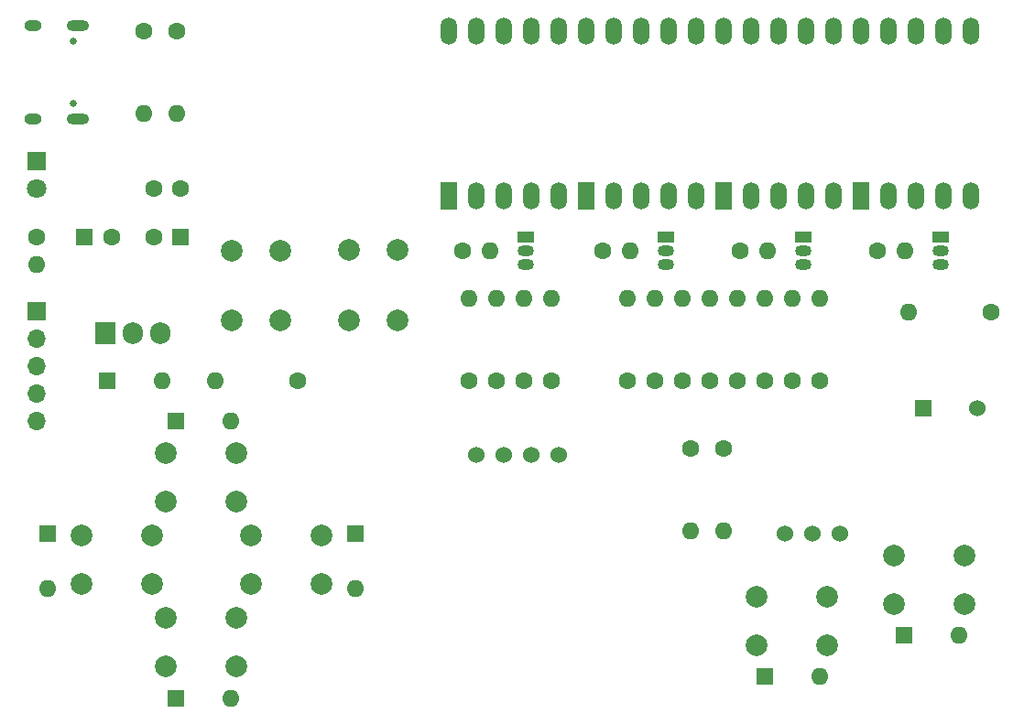
<source format=gbr>
%TF.GenerationSoftware,KiCad,Pcbnew,8.0.3*%
%TF.CreationDate,2024-08-24T23:10:25+09:00*%
%TF.ProjectId,Rustorch,52757374-6f72-4636-982e-6b696361645f,rev?*%
%TF.SameCoordinates,Original*%
%TF.FileFunction,Soldermask,Bot*%
%TF.FilePolarity,Negative*%
%FSLAX46Y46*%
G04 Gerber Fmt 4.6, Leading zero omitted, Abs format (unit mm)*
G04 Created by KiCad (PCBNEW 8.0.3) date 2024-08-24 23:10:25*
%MOMM*%
%LPD*%
G01*
G04 APERTURE LIST*
%ADD10C,1.600000*%
%ADD11O,1.600000X1.600000*%
%ADD12R,1.500000X1.050000*%
%ADD13O,1.500000X1.050000*%
%ADD14C,2.000000*%
%ADD15R,1.600000X1.600000*%
%ADD16C,1.524000*%
%ADD17R,1.905000X2.000000*%
%ADD18O,1.905000X2.000000*%
%ADD19R,1.524000X2.524000*%
%ADD20O,1.524000X2.524000*%
%ADD21C,0.650000*%
%ADD22O,2.100000X1.000000*%
%ADD23O,1.600000X1.000000*%
%ADD24R,1.524000X1.524000*%
%ADD25R,1.800000X1.800000*%
%ADD26C,1.800000*%
%ADD27R,1.700000X1.700000*%
%ADD28O,1.700000X1.700000*%
G04 APERTURE END LIST*
D10*
%TO.C,R20*%
X142920000Y-91380000D03*
D11*
X145460000Y-91380000D03*
%TD*%
D12*
%TO.C,Q3*%
X174416000Y-90110000D03*
D13*
X174416000Y-91380000D03*
X174416000Y-92650000D03*
%TD*%
D14*
%TO.C,SW4*%
X115540000Y-110085000D03*
X122040000Y-110085000D03*
X115540000Y-114585000D03*
X122040000Y-114585000D03*
%TD*%
D10*
%TO.C,R9*%
X146095000Y-103445000D03*
D11*
X146095000Y-95825000D03*
%TD*%
D10*
%TO.C,R22*%
X168574000Y-91380000D03*
D11*
X171114000Y-91380000D03*
%TD*%
D10*
%TO.C,C3*%
X116865000Y-85665000D03*
X114365000Y-85665000D03*
%TD*%
%TO.C,R1*%
X113456000Y-71060000D03*
D11*
X113456000Y-78680000D03*
%TD*%
D15*
%TO.C,D5*%
X133014000Y-117570686D03*
D11*
X133014000Y-122650686D03*
%TD*%
D12*
%TO.C,Q2*%
X161716000Y-90110000D03*
D13*
X161716000Y-91380000D03*
X161716000Y-92650000D03*
%TD*%
D10*
%TO.C,R4*%
X127680000Y-103445000D03*
D11*
X120060000Y-103445000D03*
%TD*%
D16*
%TO.C,RV1*%
X177835000Y-117600000D03*
X175305000Y-117600000D03*
X172755000Y-117600000D03*
%TD*%
D17*
%TO.C,U2*%
X109940000Y-99000000D03*
D18*
X112480000Y-99000000D03*
X115020000Y-99000000D03*
%TD*%
D19*
%TO.C,U3*%
X141650000Y-86300000D03*
D20*
X144190000Y-86300000D03*
X146730000Y-86300000D03*
X149270000Y-86300000D03*
X151810000Y-86300000D03*
X151810000Y-71060000D03*
X149270000Y-71060000D03*
X146730000Y-71060000D03*
X144190000Y-71060000D03*
X141650000Y-71060000D03*
%TD*%
D15*
%TO.C,D6*%
X116405686Y-132782000D03*
D11*
X121485686Y-132782000D03*
%TD*%
D10*
%TO.C,R11*%
X151175000Y-103445000D03*
D11*
X151175000Y-95825000D03*
%TD*%
D12*
%TO.C,Q4*%
X187116000Y-90110000D03*
D13*
X187116000Y-91380000D03*
X187116000Y-92650000D03*
%TD*%
D14*
%TO.C,SW2*%
X121620000Y-97880000D03*
X121620000Y-91380000D03*
X126120000Y-97880000D03*
X126120000Y-91380000D03*
%TD*%
D21*
%TO.C,CN1*%
X106917000Y-71980000D03*
X106917000Y-77760000D03*
D22*
X107417000Y-70550000D03*
D23*
X103237000Y-70550000D03*
D22*
X107417000Y-79190000D03*
D23*
X103237000Y-79190000D03*
%TD*%
D14*
%TO.C,SW8*%
X170150000Y-123420000D03*
X176650000Y-123420000D03*
X170150000Y-127920000D03*
X176650000Y-127920000D03*
%TD*%
D10*
%TO.C,R18*%
X173400000Y-103445000D03*
D11*
X173400000Y-95825000D03*
%TD*%
D15*
%TO.C,D3*%
X116405686Y-107128000D03*
D11*
X121485686Y-107128000D03*
%TD*%
D10*
%TO.C,R12*%
X158160000Y-103445000D03*
D11*
X158160000Y-95825000D03*
%TD*%
D24*
%TO.C,BZ1*%
X185545000Y-105985000D03*
D16*
X190545000Y-105985000D03*
%TD*%
D10*
%TO.C,R16*%
X168320000Y-103445000D03*
D11*
X168320000Y-95825000D03*
%TD*%
D15*
%TO.C,D4*%
X104618000Y-117570686D03*
D11*
X104618000Y-122650686D03*
%TD*%
D16*
%TO.C,CN2*%
X144190000Y-110287500D03*
X146730000Y-110287500D03*
X149270000Y-110287500D03*
X151810000Y-110287500D03*
%TD*%
D10*
%TO.C,R6*%
X167050000Y-109668000D03*
D11*
X167050000Y-117288000D03*
%TD*%
D15*
%TO.C,C2*%
X116885000Y-90110000D03*
D10*
X114385000Y-90110000D03*
%TD*%
%TO.C,R7*%
X191815000Y-97095000D03*
D11*
X184195000Y-97095000D03*
%TD*%
D14*
%TO.C,SW9*%
X182850000Y-119610000D03*
X189350000Y-119610000D03*
X182850000Y-124110000D03*
X189350000Y-124110000D03*
%TD*%
D19*
%TO.C,U6*%
X179750000Y-86300000D03*
D20*
X182290000Y-86300000D03*
X184830000Y-86300000D03*
X187370000Y-86300000D03*
X189910000Y-86300000D03*
X189910000Y-71060000D03*
X187370000Y-71060000D03*
X184830000Y-71060000D03*
X182290000Y-71060000D03*
X179750000Y-71060000D03*
%TD*%
D10*
%TO.C,R23*%
X181274000Y-91380000D03*
D11*
X183814000Y-91380000D03*
%TD*%
D10*
%TO.C,R10*%
X148635000Y-103445000D03*
D11*
X148635000Y-95825000D03*
%TD*%
D15*
%TO.C,C1*%
X107995000Y-90110000D03*
D10*
X110495000Y-90110000D03*
%TD*%
D14*
%TO.C,SW5*%
X107718000Y-117705000D03*
X114218000Y-117705000D03*
X107718000Y-122205000D03*
X114218000Y-122205000D03*
%TD*%
D10*
%TO.C,R14*%
X163240000Y-103445000D03*
D11*
X163240000Y-95825000D03*
%TD*%
D10*
%TO.C,R21*%
X155874000Y-91380000D03*
D11*
X158414000Y-91380000D03*
%TD*%
D10*
%TO.C,R15*%
X165780000Y-103445000D03*
D11*
X165780000Y-95825000D03*
%TD*%
D12*
%TO.C,Q1*%
X148762000Y-90110000D03*
D13*
X148762000Y-91380000D03*
X148762000Y-92650000D03*
%TD*%
D10*
%TO.C,R19*%
X175940000Y-103445000D03*
D11*
X175940000Y-95825000D03*
%TD*%
D10*
%TO.C,R13*%
X160700000Y-103445000D03*
D11*
X160700000Y-95825000D03*
%TD*%
D10*
%TO.C,R17*%
X170860000Y-103445000D03*
D11*
X170860000Y-95825000D03*
%TD*%
D15*
%TO.C,D8*%
X183715686Y-126940000D03*
D11*
X188795686Y-126940000D03*
%TD*%
D14*
%TO.C,SW3*%
X132415000Y-97805000D03*
X132415000Y-91305000D03*
X136915000Y-97805000D03*
X136915000Y-91305000D03*
%TD*%
D19*
%TO.C,U5*%
X167050000Y-86300000D03*
D20*
X169590000Y-86300000D03*
X172130000Y-86300000D03*
X174670000Y-86300000D03*
X177210000Y-86300000D03*
X177210000Y-71060000D03*
X174670000Y-71060000D03*
X172130000Y-71060000D03*
X169590000Y-71060000D03*
X167050000Y-71060000D03*
%TD*%
D19*
%TO.C,U4*%
X154350000Y-86300000D03*
D20*
X156890000Y-86300000D03*
X159430000Y-86300000D03*
X161970000Y-86300000D03*
X164510000Y-86300000D03*
X164510000Y-71060000D03*
X161970000Y-71060000D03*
X159430000Y-71060000D03*
X156890000Y-71060000D03*
X154350000Y-71060000D03*
%TD*%
D15*
%TO.C,D7*%
X170860000Y-130750000D03*
D11*
X175940000Y-130750000D03*
%TD*%
D10*
%TO.C,R2*%
X116504000Y-71060000D03*
D11*
X116504000Y-78680000D03*
%TD*%
D10*
%TO.C,R5*%
X164002000Y-109668000D03*
D11*
X164002000Y-117288000D03*
%TD*%
D10*
%TO.C,R3*%
X103550000Y-90110000D03*
D11*
X103550000Y-92650000D03*
%TD*%
D25*
%TO.C,D2*%
X103550000Y-83120000D03*
D26*
X103550000Y-85660000D03*
%TD*%
D15*
%TO.C,D1*%
X110095685Y-103445000D03*
D11*
X115175685Y-103445000D03*
%TD*%
D27*
%TO.C,SW1*%
X103550000Y-96968000D03*
D28*
X103550000Y-99508000D03*
X103550000Y-102048000D03*
X103550000Y-104588000D03*
X103550000Y-107128000D03*
%TD*%
D14*
%TO.C,SW7*%
X115540000Y-125325000D03*
X122040000Y-125325000D03*
X115540000Y-129825000D03*
X122040000Y-129825000D03*
%TD*%
D10*
%TO.C,R8*%
X143555000Y-103445000D03*
D11*
X143555000Y-95825000D03*
%TD*%
D14*
%TO.C,SW6*%
X123414000Y-117705000D03*
X129914000Y-117705000D03*
X123414000Y-122205000D03*
X129914000Y-122205000D03*
%TD*%
M02*

</source>
